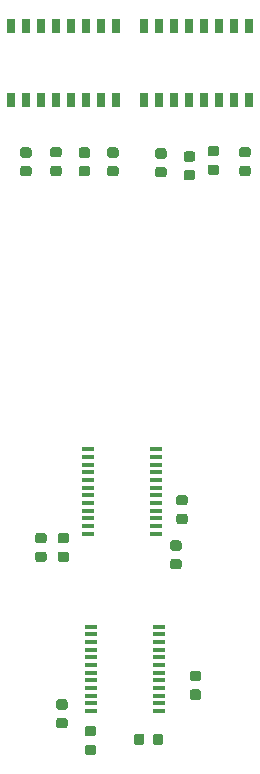
<source format=gbp>
%TF.GenerationSoftware,KiCad,Pcbnew,5.0.2+dfsg1-1*%
%TF.CreationDate,2021-12-28T09:45:32+01:00*%
%TF.ProjectId,GbSwitchFp,47625377-6974-4636-9846-702e6b696361,rev?*%
%TF.SameCoordinates,Original*%
%TF.FileFunction,Paste,Bot*%
%TF.FilePolarity,Positive*%
%FSLAX46Y46*%
G04 Gerber Fmt 4.6, Leading zero omitted, Abs format (unit mm)*
G04 Created by KiCad (PCBNEW 5.0.2+dfsg1-1) date Tue 28 Dec 2021 09:45:32 AM CET*
%MOMM*%
%LPD*%
G01*
G04 APERTURE LIST*
%ADD10C,0.100000*%
%ADD11C,0.875000*%
%ADD12R,0.800000X1.300000*%
%ADD13R,1.100000X0.400000*%
G04 APERTURE END LIST*
D10*
G36*
X124102691Y-115438553D02*
X124123926Y-115441703D01*
X124144750Y-115446919D01*
X124164962Y-115454151D01*
X124184368Y-115463330D01*
X124202781Y-115474366D01*
X124220024Y-115487154D01*
X124235930Y-115501570D01*
X124250346Y-115517476D01*
X124263134Y-115534719D01*
X124274170Y-115553132D01*
X124283349Y-115572538D01*
X124290581Y-115592750D01*
X124295797Y-115613574D01*
X124298947Y-115634809D01*
X124300000Y-115656250D01*
X124300000Y-116093750D01*
X124298947Y-116115191D01*
X124295797Y-116136426D01*
X124290581Y-116157250D01*
X124283349Y-116177462D01*
X124274170Y-116196868D01*
X124263134Y-116215281D01*
X124250346Y-116232524D01*
X124235930Y-116248430D01*
X124220024Y-116262846D01*
X124202781Y-116275634D01*
X124184368Y-116286670D01*
X124164962Y-116295849D01*
X124144750Y-116303081D01*
X124123926Y-116308297D01*
X124102691Y-116311447D01*
X124081250Y-116312500D01*
X123568750Y-116312500D01*
X123547309Y-116311447D01*
X123526074Y-116308297D01*
X123505250Y-116303081D01*
X123485038Y-116295849D01*
X123465632Y-116286670D01*
X123447219Y-116275634D01*
X123429976Y-116262846D01*
X123414070Y-116248430D01*
X123399654Y-116232524D01*
X123386866Y-116215281D01*
X123375830Y-116196868D01*
X123366651Y-116177462D01*
X123359419Y-116157250D01*
X123354203Y-116136426D01*
X123351053Y-116115191D01*
X123350000Y-116093750D01*
X123350000Y-115656250D01*
X123351053Y-115634809D01*
X123354203Y-115613574D01*
X123359419Y-115592750D01*
X123366651Y-115572538D01*
X123375830Y-115553132D01*
X123386866Y-115534719D01*
X123399654Y-115517476D01*
X123414070Y-115501570D01*
X123429976Y-115487154D01*
X123447219Y-115474366D01*
X123465632Y-115463330D01*
X123485038Y-115454151D01*
X123505250Y-115446919D01*
X123526074Y-115441703D01*
X123547309Y-115438553D01*
X123568750Y-115437500D01*
X124081250Y-115437500D01*
X124102691Y-115438553D01*
X124102691Y-115438553D01*
G37*
D11*
X123825000Y-115875000D03*
D10*
G36*
X124102691Y-113863553D02*
X124123926Y-113866703D01*
X124144750Y-113871919D01*
X124164962Y-113879151D01*
X124184368Y-113888330D01*
X124202781Y-113899366D01*
X124220024Y-113912154D01*
X124235930Y-113926570D01*
X124250346Y-113942476D01*
X124263134Y-113959719D01*
X124274170Y-113978132D01*
X124283349Y-113997538D01*
X124290581Y-114017750D01*
X124295797Y-114038574D01*
X124298947Y-114059809D01*
X124300000Y-114081250D01*
X124300000Y-114518750D01*
X124298947Y-114540191D01*
X124295797Y-114561426D01*
X124290581Y-114582250D01*
X124283349Y-114602462D01*
X124274170Y-114621868D01*
X124263134Y-114640281D01*
X124250346Y-114657524D01*
X124235930Y-114673430D01*
X124220024Y-114687846D01*
X124202781Y-114700634D01*
X124184368Y-114711670D01*
X124164962Y-114720849D01*
X124144750Y-114728081D01*
X124123926Y-114733297D01*
X124102691Y-114736447D01*
X124081250Y-114737500D01*
X123568750Y-114737500D01*
X123547309Y-114736447D01*
X123526074Y-114733297D01*
X123505250Y-114728081D01*
X123485038Y-114720849D01*
X123465632Y-114711670D01*
X123447219Y-114700634D01*
X123429976Y-114687846D01*
X123414070Y-114673430D01*
X123399654Y-114657524D01*
X123386866Y-114640281D01*
X123375830Y-114621868D01*
X123366651Y-114602462D01*
X123359419Y-114582250D01*
X123354203Y-114561426D01*
X123351053Y-114540191D01*
X123350000Y-114518750D01*
X123350000Y-114081250D01*
X123351053Y-114059809D01*
X123354203Y-114038574D01*
X123359419Y-114017750D01*
X123366651Y-113997538D01*
X123375830Y-113978132D01*
X123386866Y-113959719D01*
X123399654Y-113942476D01*
X123414070Y-113926570D01*
X123429976Y-113912154D01*
X123447219Y-113899366D01*
X123465632Y-113888330D01*
X123485038Y-113879151D01*
X123505250Y-113871919D01*
X123526074Y-113866703D01*
X123547309Y-113863553D01*
X123568750Y-113862500D01*
X124081250Y-113862500D01*
X124102691Y-113863553D01*
X124102691Y-113863553D01*
G37*
D11*
X123825000Y-114300000D03*
D10*
G36*
X133627691Y-114498553D02*
X133648926Y-114501703D01*
X133669750Y-114506919D01*
X133689962Y-114514151D01*
X133709368Y-114523330D01*
X133727781Y-114534366D01*
X133745024Y-114547154D01*
X133760930Y-114561570D01*
X133775346Y-114577476D01*
X133788134Y-114594719D01*
X133799170Y-114613132D01*
X133808349Y-114632538D01*
X133815581Y-114652750D01*
X133820797Y-114673574D01*
X133823947Y-114694809D01*
X133825000Y-114716250D01*
X133825000Y-115153750D01*
X133823947Y-115175191D01*
X133820797Y-115196426D01*
X133815581Y-115217250D01*
X133808349Y-115237462D01*
X133799170Y-115256868D01*
X133788134Y-115275281D01*
X133775346Y-115292524D01*
X133760930Y-115308430D01*
X133745024Y-115322846D01*
X133727781Y-115335634D01*
X133709368Y-115346670D01*
X133689962Y-115355849D01*
X133669750Y-115363081D01*
X133648926Y-115368297D01*
X133627691Y-115371447D01*
X133606250Y-115372500D01*
X133093750Y-115372500D01*
X133072309Y-115371447D01*
X133051074Y-115368297D01*
X133030250Y-115363081D01*
X133010038Y-115355849D01*
X132990632Y-115346670D01*
X132972219Y-115335634D01*
X132954976Y-115322846D01*
X132939070Y-115308430D01*
X132924654Y-115292524D01*
X132911866Y-115275281D01*
X132900830Y-115256868D01*
X132891651Y-115237462D01*
X132884419Y-115217250D01*
X132879203Y-115196426D01*
X132876053Y-115175191D01*
X132875000Y-115153750D01*
X132875000Y-114716250D01*
X132876053Y-114694809D01*
X132879203Y-114673574D01*
X132884419Y-114652750D01*
X132891651Y-114632538D01*
X132900830Y-114613132D01*
X132911866Y-114594719D01*
X132924654Y-114577476D01*
X132939070Y-114561570D01*
X132954976Y-114547154D01*
X132972219Y-114534366D01*
X132990632Y-114523330D01*
X133010038Y-114514151D01*
X133030250Y-114506919D01*
X133051074Y-114501703D01*
X133072309Y-114498553D01*
X133093750Y-114497500D01*
X133606250Y-114497500D01*
X133627691Y-114498553D01*
X133627691Y-114498553D01*
G37*
D11*
X133350000Y-114935000D03*
D10*
G36*
X133627691Y-116073553D02*
X133648926Y-116076703D01*
X133669750Y-116081919D01*
X133689962Y-116089151D01*
X133709368Y-116098330D01*
X133727781Y-116109366D01*
X133745024Y-116122154D01*
X133760930Y-116136570D01*
X133775346Y-116152476D01*
X133788134Y-116169719D01*
X133799170Y-116188132D01*
X133808349Y-116207538D01*
X133815581Y-116227750D01*
X133820797Y-116248574D01*
X133823947Y-116269809D01*
X133825000Y-116291250D01*
X133825000Y-116728750D01*
X133823947Y-116750191D01*
X133820797Y-116771426D01*
X133815581Y-116792250D01*
X133808349Y-116812462D01*
X133799170Y-116831868D01*
X133788134Y-116850281D01*
X133775346Y-116867524D01*
X133760930Y-116883430D01*
X133745024Y-116897846D01*
X133727781Y-116910634D01*
X133709368Y-116921670D01*
X133689962Y-116930849D01*
X133669750Y-116938081D01*
X133648926Y-116943297D01*
X133627691Y-116946447D01*
X133606250Y-116947500D01*
X133093750Y-116947500D01*
X133072309Y-116946447D01*
X133051074Y-116943297D01*
X133030250Y-116938081D01*
X133010038Y-116930849D01*
X132990632Y-116921670D01*
X132972219Y-116910634D01*
X132954976Y-116897846D01*
X132939070Y-116883430D01*
X132924654Y-116867524D01*
X132911866Y-116850281D01*
X132900830Y-116831868D01*
X132891651Y-116812462D01*
X132884419Y-116792250D01*
X132879203Y-116771426D01*
X132876053Y-116750191D01*
X132875000Y-116728750D01*
X132875000Y-116291250D01*
X132876053Y-116269809D01*
X132879203Y-116248574D01*
X132884419Y-116227750D01*
X132891651Y-116207538D01*
X132900830Y-116188132D01*
X132911866Y-116169719D01*
X132924654Y-116152476D01*
X132939070Y-116136570D01*
X132954976Y-116122154D01*
X132972219Y-116109366D01*
X132990632Y-116098330D01*
X133010038Y-116089151D01*
X133030250Y-116081919D01*
X133051074Y-116076703D01*
X133072309Y-116073553D01*
X133093750Y-116072500D01*
X133606250Y-116072500D01*
X133627691Y-116073553D01*
X133627691Y-116073553D01*
G37*
D11*
X133350000Y-116510000D03*
D10*
G36*
X126388691Y-131786553D02*
X126409926Y-131789703D01*
X126430750Y-131794919D01*
X126450962Y-131802151D01*
X126470368Y-131811330D01*
X126488781Y-131822366D01*
X126506024Y-131835154D01*
X126521930Y-131849570D01*
X126536346Y-131865476D01*
X126549134Y-131882719D01*
X126560170Y-131901132D01*
X126569349Y-131920538D01*
X126576581Y-131940750D01*
X126581797Y-131961574D01*
X126584947Y-131982809D01*
X126586000Y-132004250D01*
X126586000Y-132441750D01*
X126584947Y-132463191D01*
X126581797Y-132484426D01*
X126576581Y-132505250D01*
X126569349Y-132525462D01*
X126560170Y-132544868D01*
X126549134Y-132563281D01*
X126536346Y-132580524D01*
X126521930Y-132596430D01*
X126506024Y-132610846D01*
X126488781Y-132623634D01*
X126470368Y-132634670D01*
X126450962Y-132643849D01*
X126430750Y-132651081D01*
X126409926Y-132656297D01*
X126388691Y-132659447D01*
X126367250Y-132660500D01*
X125854750Y-132660500D01*
X125833309Y-132659447D01*
X125812074Y-132656297D01*
X125791250Y-132651081D01*
X125771038Y-132643849D01*
X125751632Y-132634670D01*
X125733219Y-132623634D01*
X125715976Y-132610846D01*
X125700070Y-132596430D01*
X125685654Y-132580524D01*
X125672866Y-132563281D01*
X125661830Y-132544868D01*
X125652651Y-132525462D01*
X125645419Y-132505250D01*
X125640203Y-132484426D01*
X125637053Y-132463191D01*
X125636000Y-132441750D01*
X125636000Y-132004250D01*
X125637053Y-131982809D01*
X125640203Y-131961574D01*
X125645419Y-131940750D01*
X125652651Y-131920538D01*
X125661830Y-131901132D01*
X125672866Y-131882719D01*
X125685654Y-131865476D01*
X125700070Y-131849570D01*
X125715976Y-131835154D01*
X125733219Y-131822366D01*
X125751632Y-131811330D01*
X125771038Y-131802151D01*
X125791250Y-131794919D01*
X125812074Y-131789703D01*
X125833309Y-131786553D01*
X125854750Y-131785500D01*
X126367250Y-131785500D01*
X126388691Y-131786553D01*
X126388691Y-131786553D01*
G37*
D11*
X126111000Y-132223000D03*
D10*
G36*
X126388691Y-130211553D02*
X126409926Y-130214703D01*
X126430750Y-130219919D01*
X126450962Y-130227151D01*
X126470368Y-130236330D01*
X126488781Y-130247366D01*
X126506024Y-130260154D01*
X126521930Y-130274570D01*
X126536346Y-130290476D01*
X126549134Y-130307719D01*
X126560170Y-130326132D01*
X126569349Y-130345538D01*
X126576581Y-130365750D01*
X126581797Y-130386574D01*
X126584947Y-130407809D01*
X126586000Y-130429250D01*
X126586000Y-130866750D01*
X126584947Y-130888191D01*
X126581797Y-130909426D01*
X126576581Y-130930250D01*
X126569349Y-130950462D01*
X126560170Y-130969868D01*
X126549134Y-130988281D01*
X126536346Y-131005524D01*
X126521930Y-131021430D01*
X126506024Y-131035846D01*
X126488781Y-131048634D01*
X126470368Y-131059670D01*
X126450962Y-131068849D01*
X126430750Y-131076081D01*
X126409926Y-131081297D01*
X126388691Y-131084447D01*
X126367250Y-131085500D01*
X125854750Y-131085500D01*
X125833309Y-131084447D01*
X125812074Y-131081297D01*
X125791250Y-131076081D01*
X125771038Y-131068849D01*
X125751632Y-131059670D01*
X125733219Y-131048634D01*
X125715976Y-131035846D01*
X125700070Y-131021430D01*
X125685654Y-131005524D01*
X125672866Y-130988281D01*
X125661830Y-130969868D01*
X125652651Y-130950462D01*
X125645419Y-130930250D01*
X125640203Y-130909426D01*
X125637053Y-130888191D01*
X125636000Y-130866750D01*
X125636000Y-130429250D01*
X125637053Y-130407809D01*
X125640203Y-130386574D01*
X125645419Y-130365750D01*
X125652651Y-130345538D01*
X125661830Y-130326132D01*
X125672866Y-130307719D01*
X125685654Y-130290476D01*
X125700070Y-130274570D01*
X125715976Y-130260154D01*
X125733219Y-130247366D01*
X125751632Y-130236330D01*
X125771038Y-130227151D01*
X125791250Y-130219919D01*
X125812074Y-130214703D01*
X125833309Y-130211553D01*
X125854750Y-130210500D01*
X126367250Y-130210500D01*
X126388691Y-130211553D01*
X126388691Y-130211553D01*
G37*
D11*
X126111000Y-130648000D03*
D10*
G36*
X132066191Y-130860053D02*
X132087426Y-130863203D01*
X132108250Y-130868419D01*
X132128462Y-130875651D01*
X132147868Y-130884830D01*
X132166281Y-130895866D01*
X132183524Y-130908654D01*
X132199430Y-130923070D01*
X132213846Y-130938976D01*
X132226634Y-130956219D01*
X132237670Y-130974632D01*
X132246849Y-130994038D01*
X132254081Y-131014250D01*
X132259297Y-131035074D01*
X132262447Y-131056309D01*
X132263500Y-131077750D01*
X132263500Y-131590250D01*
X132262447Y-131611691D01*
X132259297Y-131632926D01*
X132254081Y-131653750D01*
X132246849Y-131673962D01*
X132237670Y-131693368D01*
X132226634Y-131711781D01*
X132213846Y-131729024D01*
X132199430Y-131744930D01*
X132183524Y-131759346D01*
X132166281Y-131772134D01*
X132147868Y-131783170D01*
X132128462Y-131792349D01*
X132108250Y-131799581D01*
X132087426Y-131804797D01*
X132066191Y-131807947D01*
X132044750Y-131809000D01*
X131607250Y-131809000D01*
X131585809Y-131807947D01*
X131564574Y-131804797D01*
X131543750Y-131799581D01*
X131523538Y-131792349D01*
X131504132Y-131783170D01*
X131485719Y-131772134D01*
X131468476Y-131759346D01*
X131452570Y-131744930D01*
X131438154Y-131729024D01*
X131425366Y-131711781D01*
X131414330Y-131693368D01*
X131405151Y-131673962D01*
X131397919Y-131653750D01*
X131392703Y-131632926D01*
X131389553Y-131611691D01*
X131388500Y-131590250D01*
X131388500Y-131077750D01*
X131389553Y-131056309D01*
X131392703Y-131035074D01*
X131397919Y-131014250D01*
X131405151Y-130994038D01*
X131414330Y-130974632D01*
X131425366Y-130956219D01*
X131438154Y-130938976D01*
X131452570Y-130923070D01*
X131468476Y-130908654D01*
X131485719Y-130895866D01*
X131504132Y-130884830D01*
X131523538Y-130875651D01*
X131543750Y-130868419D01*
X131564574Y-130863203D01*
X131585809Y-130860053D01*
X131607250Y-130859000D01*
X132044750Y-130859000D01*
X132066191Y-130860053D01*
X132066191Y-130860053D01*
G37*
D11*
X131826000Y-131334000D03*
D10*
G36*
X130491191Y-130860053D02*
X130512426Y-130863203D01*
X130533250Y-130868419D01*
X130553462Y-130875651D01*
X130572868Y-130884830D01*
X130591281Y-130895866D01*
X130608524Y-130908654D01*
X130624430Y-130923070D01*
X130638846Y-130938976D01*
X130651634Y-130956219D01*
X130662670Y-130974632D01*
X130671849Y-130994038D01*
X130679081Y-131014250D01*
X130684297Y-131035074D01*
X130687447Y-131056309D01*
X130688500Y-131077750D01*
X130688500Y-131590250D01*
X130687447Y-131611691D01*
X130684297Y-131632926D01*
X130679081Y-131653750D01*
X130671849Y-131673962D01*
X130662670Y-131693368D01*
X130651634Y-131711781D01*
X130638846Y-131729024D01*
X130624430Y-131744930D01*
X130608524Y-131759346D01*
X130591281Y-131772134D01*
X130572868Y-131783170D01*
X130553462Y-131792349D01*
X130533250Y-131799581D01*
X130512426Y-131804797D01*
X130491191Y-131807947D01*
X130469750Y-131809000D01*
X130032250Y-131809000D01*
X130010809Y-131807947D01*
X129989574Y-131804797D01*
X129968750Y-131799581D01*
X129948538Y-131792349D01*
X129929132Y-131783170D01*
X129910719Y-131772134D01*
X129893476Y-131759346D01*
X129877570Y-131744930D01*
X129863154Y-131729024D01*
X129850366Y-131711781D01*
X129839330Y-131693368D01*
X129830151Y-131673962D01*
X129822919Y-131653750D01*
X129817703Y-131632926D01*
X129814553Y-131611691D01*
X129813500Y-131590250D01*
X129813500Y-131077750D01*
X129814553Y-131056309D01*
X129817703Y-131035074D01*
X129822919Y-131014250D01*
X129830151Y-130994038D01*
X129839330Y-130974632D01*
X129850366Y-130956219D01*
X129863154Y-130938976D01*
X129877570Y-130923070D01*
X129893476Y-130908654D01*
X129910719Y-130895866D01*
X129929132Y-130884830D01*
X129948538Y-130875651D01*
X129968750Y-130868419D01*
X129989574Y-130863203D01*
X130010809Y-130860053D01*
X130032250Y-130859000D01*
X130469750Y-130859000D01*
X130491191Y-130860053D01*
X130491191Y-130860053D01*
G37*
D11*
X130251000Y-131334000D03*
D12*
X128280000Y-70916000D03*
X127000000Y-70916000D03*
X125740000Y-70916000D03*
X124470000Y-70916000D03*
X123190000Y-70916000D03*
X121920000Y-70916000D03*
X120660000Y-70916000D03*
X119380000Y-70916000D03*
X119380000Y-77216000D03*
X120660000Y-77216000D03*
X121920000Y-77216000D03*
X123190000Y-77216000D03*
X124470000Y-77216000D03*
X125740000Y-77216000D03*
X127000000Y-77216000D03*
X128280000Y-77216000D03*
X139573000Y-77216000D03*
X138293000Y-77216000D03*
X137033000Y-77216000D03*
X135763000Y-77216000D03*
X134483000Y-77216000D03*
X133213000Y-77216000D03*
X131953000Y-77216000D03*
X130673000Y-77216000D03*
X130673000Y-70916000D03*
X131953000Y-70916000D03*
X133213000Y-70916000D03*
X134483000Y-70916000D03*
X135763000Y-70916000D03*
X137033000Y-70916000D03*
X138293000Y-70916000D03*
X139573000Y-70916000D03*
D13*
X131628000Y-113938000D03*
X131628000Y-113288000D03*
X131628000Y-112638000D03*
X131628000Y-111988000D03*
X131628000Y-111338000D03*
X131628000Y-110688000D03*
X131628000Y-110038000D03*
X131628000Y-109388000D03*
X131628000Y-108738000D03*
X131628000Y-108088000D03*
X131628000Y-107438000D03*
X131628000Y-106788000D03*
X125928000Y-106788000D03*
X125928000Y-107438000D03*
X125928000Y-108088000D03*
X125928000Y-108738000D03*
X125928000Y-109388000D03*
X125928000Y-110038000D03*
X125928000Y-110688000D03*
X125928000Y-111338000D03*
X125928000Y-111988000D03*
X125928000Y-112638000D03*
X125928000Y-113288000D03*
X125928000Y-113938000D03*
X126182000Y-128940000D03*
X126182000Y-128290000D03*
X126182000Y-127640000D03*
X126182000Y-126990000D03*
X126182000Y-126340000D03*
X126182000Y-125690000D03*
X126182000Y-125040000D03*
X126182000Y-124390000D03*
X126182000Y-123740000D03*
X126182000Y-123090000D03*
X126182000Y-122440000D03*
X126182000Y-121790000D03*
X131882000Y-121790000D03*
X131882000Y-122440000D03*
X131882000Y-123090000D03*
X131882000Y-123740000D03*
X131882000Y-124390000D03*
X131882000Y-125040000D03*
X131882000Y-125690000D03*
X131882000Y-126340000D03*
X131882000Y-126990000D03*
X131882000Y-127640000D03*
X131882000Y-128290000D03*
X131882000Y-128940000D03*
D10*
G36*
X134770691Y-81554553D02*
X134791926Y-81557703D01*
X134812750Y-81562919D01*
X134832962Y-81570151D01*
X134852368Y-81579330D01*
X134870781Y-81590366D01*
X134888024Y-81603154D01*
X134903930Y-81617570D01*
X134918346Y-81633476D01*
X134931134Y-81650719D01*
X134942170Y-81669132D01*
X134951349Y-81688538D01*
X134958581Y-81708750D01*
X134963797Y-81729574D01*
X134966947Y-81750809D01*
X134968000Y-81772250D01*
X134968000Y-82209750D01*
X134966947Y-82231191D01*
X134963797Y-82252426D01*
X134958581Y-82273250D01*
X134951349Y-82293462D01*
X134942170Y-82312868D01*
X134931134Y-82331281D01*
X134918346Y-82348524D01*
X134903930Y-82364430D01*
X134888024Y-82378846D01*
X134870781Y-82391634D01*
X134852368Y-82402670D01*
X134832962Y-82411849D01*
X134812750Y-82419081D01*
X134791926Y-82424297D01*
X134770691Y-82427447D01*
X134749250Y-82428500D01*
X134236750Y-82428500D01*
X134215309Y-82427447D01*
X134194074Y-82424297D01*
X134173250Y-82419081D01*
X134153038Y-82411849D01*
X134133632Y-82402670D01*
X134115219Y-82391634D01*
X134097976Y-82378846D01*
X134082070Y-82364430D01*
X134067654Y-82348524D01*
X134054866Y-82331281D01*
X134043830Y-82312868D01*
X134034651Y-82293462D01*
X134027419Y-82273250D01*
X134022203Y-82252426D01*
X134019053Y-82231191D01*
X134018000Y-82209750D01*
X134018000Y-81772250D01*
X134019053Y-81750809D01*
X134022203Y-81729574D01*
X134027419Y-81708750D01*
X134034651Y-81688538D01*
X134043830Y-81669132D01*
X134054866Y-81650719D01*
X134067654Y-81633476D01*
X134082070Y-81617570D01*
X134097976Y-81603154D01*
X134115219Y-81590366D01*
X134133632Y-81579330D01*
X134153038Y-81570151D01*
X134173250Y-81562919D01*
X134194074Y-81557703D01*
X134215309Y-81554553D01*
X134236750Y-81553500D01*
X134749250Y-81553500D01*
X134770691Y-81554553D01*
X134770691Y-81554553D01*
G37*
D11*
X134493000Y-81991000D03*
D10*
G36*
X134770691Y-83129553D02*
X134791926Y-83132703D01*
X134812750Y-83137919D01*
X134832962Y-83145151D01*
X134852368Y-83154330D01*
X134870781Y-83165366D01*
X134888024Y-83178154D01*
X134903930Y-83192570D01*
X134918346Y-83208476D01*
X134931134Y-83225719D01*
X134942170Y-83244132D01*
X134951349Y-83263538D01*
X134958581Y-83283750D01*
X134963797Y-83304574D01*
X134966947Y-83325809D01*
X134968000Y-83347250D01*
X134968000Y-83784750D01*
X134966947Y-83806191D01*
X134963797Y-83827426D01*
X134958581Y-83848250D01*
X134951349Y-83868462D01*
X134942170Y-83887868D01*
X134931134Y-83906281D01*
X134918346Y-83923524D01*
X134903930Y-83939430D01*
X134888024Y-83953846D01*
X134870781Y-83966634D01*
X134852368Y-83977670D01*
X134832962Y-83986849D01*
X134812750Y-83994081D01*
X134791926Y-83999297D01*
X134770691Y-84002447D01*
X134749250Y-84003500D01*
X134236750Y-84003500D01*
X134215309Y-84002447D01*
X134194074Y-83999297D01*
X134173250Y-83994081D01*
X134153038Y-83986849D01*
X134133632Y-83977670D01*
X134115219Y-83966634D01*
X134097976Y-83953846D01*
X134082070Y-83939430D01*
X134067654Y-83923524D01*
X134054866Y-83906281D01*
X134043830Y-83887868D01*
X134034651Y-83868462D01*
X134027419Y-83848250D01*
X134022203Y-83827426D01*
X134019053Y-83806191D01*
X134018000Y-83784750D01*
X134018000Y-83347250D01*
X134019053Y-83325809D01*
X134022203Y-83304574D01*
X134027419Y-83283750D01*
X134034651Y-83263538D01*
X134043830Y-83244132D01*
X134054866Y-83225719D01*
X134067654Y-83208476D01*
X134082070Y-83192570D01*
X134097976Y-83178154D01*
X134115219Y-83165366D01*
X134133632Y-83154330D01*
X134153038Y-83145151D01*
X134173250Y-83137919D01*
X134194074Y-83132703D01*
X134215309Y-83129553D01*
X134236750Y-83128500D01*
X134749250Y-83128500D01*
X134770691Y-83129553D01*
X134770691Y-83129553D01*
G37*
D11*
X134493000Y-83566000D03*
D10*
G36*
X136787691Y-82678553D02*
X136808926Y-82681703D01*
X136829750Y-82686919D01*
X136849962Y-82694151D01*
X136869368Y-82703330D01*
X136887781Y-82714366D01*
X136905024Y-82727154D01*
X136920930Y-82741570D01*
X136935346Y-82757476D01*
X136948134Y-82774719D01*
X136959170Y-82793132D01*
X136968349Y-82812538D01*
X136975581Y-82832750D01*
X136980797Y-82853574D01*
X136983947Y-82874809D01*
X136985000Y-82896250D01*
X136985000Y-83333750D01*
X136983947Y-83355191D01*
X136980797Y-83376426D01*
X136975581Y-83397250D01*
X136968349Y-83417462D01*
X136959170Y-83436868D01*
X136948134Y-83455281D01*
X136935346Y-83472524D01*
X136920930Y-83488430D01*
X136905024Y-83502846D01*
X136887781Y-83515634D01*
X136869368Y-83526670D01*
X136849962Y-83535849D01*
X136829750Y-83543081D01*
X136808926Y-83548297D01*
X136787691Y-83551447D01*
X136766250Y-83552500D01*
X136253750Y-83552500D01*
X136232309Y-83551447D01*
X136211074Y-83548297D01*
X136190250Y-83543081D01*
X136170038Y-83535849D01*
X136150632Y-83526670D01*
X136132219Y-83515634D01*
X136114976Y-83502846D01*
X136099070Y-83488430D01*
X136084654Y-83472524D01*
X136071866Y-83455281D01*
X136060830Y-83436868D01*
X136051651Y-83417462D01*
X136044419Y-83397250D01*
X136039203Y-83376426D01*
X136036053Y-83355191D01*
X136035000Y-83333750D01*
X136035000Y-82896250D01*
X136036053Y-82874809D01*
X136039203Y-82853574D01*
X136044419Y-82832750D01*
X136051651Y-82812538D01*
X136060830Y-82793132D01*
X136071866Y-82774719D01*
X136084654Y-82757476D01*
X136099070Y-82741570D01*
X136114976Y-82727154D01*
X136132219Y-82714366D01*
X136150632Y-82703330D01*
X136170038Y-82694151D01*
X136190250Y-82686919D01*
X136211074Y-82681703D01*
X136232309Y-82678553D01*
X136253750Y-82677500D01*
X136766250Y-82677500D01*
X136787691Y-82678553D01*
X136787691Y-82678553D01*
G37*
D11*
X136510000Y-83115000D03*
D10*
G36*
X136787691Y-81103553D02*
X136808926Y-81106703D01*
X136829750Y-81111919D01*
X136849962Y-81119151D01*
X136869368Y-81128330D01*
X136887781Y-81139366D01*
X136905024Y-81152154D01*
X136920930Y-81166570D01*
X136935346Y-81182476D01*
X136948134Y-81199719D01*
X136959170Y-81218132D01*
X136968349Y-81237538D01*
X136975581Y-81257750D01*
X136980797Y-81278574D01*
X136983947Y-81299809D01*
X136985000Y-81321250D01*
X136985000Y-81758750D01*
X136983947Y-81780191D01*
X136980797Y-81801426D01*
X136975581Y-81822250D01*
X136968349Y-81842462D01*
X136959170Y-81861868D01*
X136948134Y-81880281D01*
X136935346Y-81897524D01*
X136920930Y-81913430D01*
X136905024Y-81927846D01*
X136887781Y-81940634D01*
X136869368Y-81951670D01*
X136849962Y-81960849D01*
X136829750Y-81968081D01*
X136808926Y-81973297D01*
X136787691Y-81976447D01*
X136766250Y-81977500D01*
X136253750Y-81977500D01*
X136232309Y-81976447D01*
X136211074Y-81973297D01*
X136190250Y-81968081D01*
X136170038Y-81960849D01*
X136150632Y-81951670D01*
X136132219Y-81940634D01*
X136114976Y-81927846D01*
X136099070Y-81913430D01*
X136084654Y-81897524D01*
X136071866Y-81880281D01*
X136060830Y-81861868D01*
X136051651Y-81842462D01*
X136044419Y-81822250D01*
X136039203Y-81801426D01*
X136036053Y-81780191D01*
X136035000Y-81758750D01*
X136035000Y-81321250D01*
X136036053Y-81299809D01*
X136039203Y-81278574D01*
X136044419Y-81257750D01*
X136051651Y-81237538D01*
X136060830Y-81218132D01*
X136071866Y-81199719D01*
X136084654Y-81182476D01*
X136099070Y-81166570D01*
X136114976Y-81152154D01*
X136132219Y-81139366D01*
X136150632Y-81128330D01*
X136170038Y-81119151D01*
X136190250Y-81111919D01*
X136211074Y-81106703D01*
X136232309Y-81103553D01*
X136253750Y-81102500D01*
X136766250Y-81102500D01*
X136787691Y-81103553D01*
X136787691Y-81103553D01*
G37*
D11*
X136510000Y-81540000D03*
D10*
G36*
X139469691Y-81199053D02*
X139490926Y-81202203D01*
X139511750Y-81207419D01*
X139531962Y-81214651D01*
X139551368Y-81223830D01*
X139569781Y-81234866D01*
X139587024Y-81247654D01*
X139602930Y-81262070D01*
X139617346Y-81277976D01*
X139630134Y-81295219D01*
X139641170Y-81313632D01*
X139650349Y-81333038D01*
X139657581Y-81353250D01*
X139662797Y-81374074D01*
X139665947Y-81395309D01*
X139667000Y-81416750D01*
X139667000Y-81854250D01*
X139665947Y-81875691D01*
X139662797Y-81896926D01*
X139657581Y-81917750D01*
X139650349Y-81937962D01*
X139641170Y-81957368D01*
X139630134Y-81975781D01*
X139617346Y-81993024D01*
X139602930Y-82008930D01*
X139587024Y-82023346D01*
X139569781Y-82036134D01*
X139551368Y-82047170D01*
X139531962Y-82056349D01*
X139511750Y-82063581D01*
X139490926Y-82068797D01*
X139469691Y-82071947D01*
X139448250Y-82073000D01*
X138935750Y-82073000D01*
X138914309Y-82071947D01*
X138893074Y-82068797D01*
X138872250Y-82063581D01*
X138852038Y-82056349D01*
X138832632Y-82047170D01*
X138814219Y-82036134D01*
X138796976Y-82023346D01*
X138781070Y-82008930D01*
X138766654Y-81993024D01*
X138753866Y-81975781D01*
X138742830Y-81957368D01*
X138733651Y-81937962D01*
X138726419Y-81917750D01*
X138721203Y-81896926D01*
X138718053Y-81875691D01*
X138717000Y-81854250D01*
X138717000Y-81416750D01*
X138718053Y-81395309D01*
X138721203Y-81374074D01*
X138726419Y-81353250D01*
X138733651Y-81333038D01*
X138742830Y-81313632D01*
X138753866Y-81295219D01*
X138766654Y-81277976D01*
X138781070Y-81262070D01*
X138796976Y-81247654D01*
X138814219Y-81234866D01*
X138832632Y-81223830D01*
X138852038Y-81214651D01*
X138872250Y-81207419D01*
X138893074Y-81202203D01*
X138914309Y-81199053D01*
X138935750Y-81198000D01*
X139448250Y-81198000D01*
X139469691Y-81199053D01*
X139469691Y-81199053D01*
G37*
D11*
X139192000Y-81635500D03*
D10*
G36*
X139469691Y-82774053D02*
X139490926Y-82777203D01*
X139511750Y-82782419D01*
X139531962Y-82789651D01*
X139551368Y-82798830D01*
X139569781Y-82809866D01*
X139587024Y-82822654D01*
X139602930Y-82837070D01*
X139617346Y-82852976D01*
X139630134Y-82870219D01*
X139641170Y-82888632D01*
X139650349Y-82908038D01*
X139657581Y-82928250D01*
X139662797Y-82949074D01*
X139665947Y-82970309D01*
X139667000Y-82991750D01*
X139667000Y-83429250D01*
X139665947Y-83450691D01*
X139662797Y-83471926D01*
X139657581Y-83492750D01*
X139650349Y-83512962D01*
X139641170Y-83532368D01*
X139630134Y-83550781D01*
X139617346Y-83568024D01*
X139602930Y-83583930D01*
X139587024Y-83598346D01*
X139569781Y-83611134D01*
X139551368Y-83622170D01*
X139531962Y-83631349D01*
X139511750Y-83638581D01*
X139490926Y-83643797D01*
X139469691Y-83646947D01*
X139448250Y-83648000D01*
X138935750Y-83648000D01*
X138914309Y-83646947D01*
X138893074Y-83643797D01*
X138872250Y-83638581D01*
X138852038Y-83631349D01*
X138832632Y-83622170D01*
X138814219Y-83611134D01*
X138796976Y-83598346D01*
X138781070Y-83583930D01*
X138766654Y-83568024D01*
X138753866Y-83550781D01*
X138742830Y-83532368D01*
X138733651Y-83512962D01*
X138726419Y-83492750D01*
X138721203Y-83471926D01*
X138718053Y-83450691D01*
X138717000Y-83429250D01*
X138717000Y-82991750D01*
X138718053Y-82970309D01*
X138721203Y-82949074D01*
X138726419Y-82928250D01*
X138733651Y-82908038D01*
X138742830Y-82888632D01*
X138753866Y-82870219D01*
X138766654Y-82852976D01*
X138781070Y-82837070D01*
X138796976Y-82822654D01*
X138814219Y-82809866D01*
X138832632Y-82798830D01*
X138852038Y-82789651D01*
X138872250Y-82782419D01*
X138893074Y-82777203D01*
X138914309Y-82774053D01*
X138935750Y-82773000D01*
X139448250Y-82773000D01*
X139469691Y-82774053D01*
X139469691Y-82774053D01*
G37*
D11*
X139192000Y-83210500D03*
D10*
G36*
X134135691Y-112238053D02*
X134156926Y-112241203D01*
X134177750Y-112246419D01*
X134197962Y-112253651D01*
X134217368Y-112262830D01*
X134235781Y-112273866D01*
X134253024Y-112286654D01*
X134268930Y-112301070D01*
X134283346Y-112316976D01*
X134296134Y-112334219D01*
X134307170Y-112352632D01*
X134316349Y-112372038D01*
X134323581Y-112392250D01*
X134328797Y-112413074D01*
X134331947Y-112434309D01*
X134333000Y-112455750D01*
X134333000Y-112893250D01*
X134331947Y-112914691D01*
X134328797Y-112935926D01*
X134323581Y-112956750D01*
X134316349Y-112976962D01*
X134307170Y-112996368D01*
X134296134Y-113014781D01*
X134283346Y-113032024D01*
X134268930Y-113047930D01*
X134253024Y-113062346D01*
X134235781Y-113075134D01*
X134217368Y-113086170D01*
X134197962Y-113095349D01*
X134177750Y-113102581D01*
X134156926Y-113107797D01*
X134135691Y-113110947D01*
X134114250Y-113112000D01*
X133601750Y-113112000D01*
X133580309Y-113110947D01*
X133559074Y-113107797D01*
X133538250Y-113102581D01*
X133518038Y-113095349D01*
X133498632Y-113086170D01*
X133480219Y-113075134D01*
X133462976Y-113062346D01*
X133447070Y-113047930D01*
X133432654Y-113032024D01*
X133419866Y-113014781D01*
X133408830Y-112996368D01*
X133399651Y-112976962D01*
X133392419Y-112956750D01*
X133387203Y-112935926D01*
X133384053Y-112914691D01*
X133383000Y-112893250D01*
X133383000Y-112455750D01*
X133384053Y-112434309D01*
X133387203Y-112413074D01*
X133392419Y-112392250D01*
X133399651Y-112372038D01*
X133408830Y-112352632D01*
X133419866Y-112334219D01*
X133432654Y-112316976D01*
X133447070Y-112301070D01*
X133462976Y-112286654D01*
X133480219Y-112273866D01*
X133498632Y-112262830D01*
X133518038Y-112253651D01*
X133538250Y-112246419D01*
X133559074Y-112241203D01*
X133580309Y-112238053D01*
X133601750Y-112237000D01*
X134114250Y-112237000D01*
X134135691Y-112238053D01*
X134135691Y-112238053D01*
G37*
D11*
X133858000Y-112674500D03*
D10*
G36*
X134135691Y-110663053D02*
X134156926Y-110666203D01*
X134177750Y-110671419D01*
X134197962Y-110678651D01*
X134217368Y-110687830D01*
X134235781Y-110698866D01*
X134253024Y-110711654D01*
X134268930Y-110726070D01*
X134283346Y-110741976D01*
X134296134Y-110759219D01*
X134307170Y-110777632D01*
X134316349Y-110797038D01*
X134323581Y-110817250D01*
X134328797Y-110838074D01*
X134331947Y-110859309D01*
X134333000Y-110880750D01*
X134333000Y-111318250D01*
X134331947Y-111339691D01*
X134328797Y-111360926D01*
X134323581Y-111381750D01*
X134316349Y-111401962D01*
X134307170Y-111421368D01*
X134296134Y-111439781D01*
X134283346Y-111457024D01*
X134268930Y-111472930D01*
X134253024Y-111487346D01*
X134235781Y-111500134D01*
X134217368Y-111511170D01*
X134197962Y-111520349D01*
X134177750Y-111527581D01*
X134156926Y-111532797D01*
X134135691Y-111535947D01*
X134114250Y-111537000D01*
X133601750Y-111537000D01*
X133580309Y-111535947D01*
X133559074Y-111532797D01*
X133538250Y-111527581D01*
X133518038Y-111520349D01*
X133498632Y-111511170D01*
X133480219Y-111500134D01*
X133462976Y-111487346D01*
X133447070Y-111472930D01*
X133432654Y-111457024D01*
X133419866Y-111439781D01*
X133408830Y-111421368D01*
X133399651Y-111401962D01*
X133392419Y-111381750D01*
X133387203Y-111360926D01*
X133384053Y-111339691D01*
X133383000Y-111318250D01*
X133383000Y-110880750D01*
X133384053Y-110859309D01*
X133387203Y-110838074D01*
X133392419Y-110817250D01*
X133399651Y-110797038D01*
X133408830Y-110777632D01*
X133419866Y-110759219D01*
X133432654Y-110741976D01*
X133447070Y-110726070D01*
X133462976Y-110711654D01*
X133480219Y-110698866D01*
X133498632Y-110687830D01*
X133518038Y-110678651D01*
X133538250Y-110671419D01*
X133559074Y-110666203D01*
X133580309Y-110663053D01*
X133601750Y-110662000D01*
X134114250Y-110662000D01*
X134135691Y-110663053D01*
X134135691Y-110663053D01*
G37*
D11*
X133858000Y-111099500D03*
D10*
G36*
X122197691Y-115438553D02*
X122218926Y-115441703D01*
X122239750Y-115446919D01*
X122259962Y-115454151D01*
X122279368Y-115463330D01*
X122297781Y-115474366D01*
X122315024Y-115487154D01*
X122330930Y-115501570D01*
X122345346Y-115517476D01*
X122358134Y-115534719D01*
X122369170Y-115553132D01*
X122378349Y-115572538D01*
X122385581Y-115592750D01*
X122390797Y-115613574D01*
X122393947Y-115634809D01*
X122395000Y-115656250D01*
X122395000Y-116093750D01*
X122393947Y-116115191D01*
X122390797Y-116136426D01*
X122385581Y-116157250D01*
X122378349Y-116177462D01*
X122369170Y-116196868D01*
X122358134Y-116215281D01*
X122345346Y-116232524D01*
X122330930Y-116248430D01*
X122315024Y-116262846D01*
X122297781Y-116275634D01*
X122279368Y-116286670D01*
X122259962Y-116295849D01*
X122239750Y-116303081D01*
X122218926Y-116308297D01*
X122197691Y-116311447D01*
X122176250Y-116312500D01*
X121663750Y-116312500D01*
X121642309Y-116311447D01*
X121621074Y-116308297D01*
X121600250Y-116303081D01*
X121580038Y-116295849D01*
X121560632Y-116286670D01*
X121542219Y-116275634D01*
X121524976Y-116262846D01*
X121509070Y-116248430D01*
X121494654Y-116232524D01*
X121481866Y-116215281D01*
X121470830Y-116196868D01*
X121461651Y-116177462D01*
X121454419Y-116157250D01*
X121449203Y-116136426D01*
X121446053Y-116115191D01*
X121445000Y-116093750D01*
X121445000Y-115656250D01*
X121446053Y-115634809D01*
X121449203Y-115613574D01*
X121454419Y-115592750D01*
X121461651Y-115572538D01*
X121470830Y-115553132D01*
X121481866Y-115534719D01*
X121494654Y-115517476D01*
X121509070Y-115501570D01*
X121524976Y-115487154D01*
X121542219Y-115474366D01*
X121560632Y-115463330D01*
X121580038Y-115454151D01*
X121600250Y-115446919D01*
X121621074Y-115441703D01*
X121642309Y-115438553D01*
X121663750Y-115437500D01*
X122176250Y-115437500D01*
X122197691Y-115438553D01*
X122197691Y-115438553D01*
G37*
D11*
X121920000Y-115875000D03*
D10*
G36*
X122197691Y-113863553D02*
X122218926Y-113866703D01*
X122239750Y-113871919D01*
X122259962Y-113879151D01*
X122279368Y-113888330D01*
X122297781Y-113899366D01*
X122315024Y-113912154D01*
X122330930Y-113926570D01*
X122345346Y-113942476D01*
X122358134Y-113959719D01*
X122369170Y-113978132D01*
X122378349Y-113997538D01*
X122385581Y-114017750D01*
X122390797Y-114038574D01*
X122393947Y-114059809D01*
X122395000Y-114081250D01*
X122395000Y-114518750D01*
X122393947Y-114540191D01*
X122390797Y-114561426D01*
X122385581Y-114582250D01*
X122378349Y-114602462D01*
X122369170Y-114621868D01*
X122358134Y-114640281D01*
X122345346Y-114657524D01*
X122330930Y-114673430D01*
X122315024Y-114687846D01*
X122297781Y-114700634D01*
X122279368Y-114711670D01*
X122259962Y-114720849D01*
X122239750Y-114728081D01*
X122218926Y-114733297D01*
X122197691Y-114736447D01*
X122176250Y-114737500D01*
X121663750Y-114737500D01*
X121642309Y-114736447D01*
X121621074Y-114733297D01*
X121600250Y-114728081D01*
X121580038Y-114720849D01*
X121560632Y-114711670D01*
X121542219Y-114700634D01*
X121524976Y-114687846D01*
X121509070Y-114673430D01*
X121494654Y-114657524D01*
X121481866Y-114640281D01*
X121470830Y-114621868D01*
X121461651Y-114602462D01*
X121454419Y-114582250D01*
X121449203Y-114561426D01*
X121446053Y-114540191D01*
X121445000Y-114518750D01*
X121445000Y-114081250D01*
X121446053Y-114059809D01*
X121449203Y-114038574D01*
X121454419Y-114017750D01*
X121461651Y-113997538D01*
X121470830Y-113978132D01*
X121481866Y-113959719D01*
X121494654Y-113942476D01*
X121509070Y-113926570D01*
X121524976Y-113912154D01*
X121542219Y-113899366D01*
X121560632Y-113888330D01*
X121580038Y-113879151D01*
X121600250Y-113871919D01*
X121621074Y-113866703D01*
X121642309Y-113863553D01*
X121663750Y-113862500D01*
X122176250Y-113862500D01*
X122197691Y-113863553D01*
X122197691Y-113863553D01*
G37*
D11*
X121920000Y-114300000D03*
D10*
G36*
X132357691Y-81300553D02*
X132378926Y-81303703D01*
X132399750Y-81308919D01*
X132419962Y-81316151D01*
X132439368Y-81325330D01*
X132457781Y-81336366D01*
X132475024Y-81349154D01*
X132490930Y-81363570D01*
X132505346Y-81379476D01*
X132518134Y-81396719D01*
X132529170Y-81415132D01*
X132538349Y-81434538D01*
X132545581Y-81454750D01*
X132550797Y-81475574D01*
X132553947Y-81496809D01*
X132555000Y-81518250D01*
X132555000Y-81955750D01*
X132553947Y-81977191D01*
X132550797Y-81998426D01*
X132545581Y-82019250D01*
X132538349Y-82039462D01*
X132529170Y-82058868D01*
X132518134Y-82077281D01*
X132505346Y-82094524D01*
X132490930Y-82110430D01*
X132475024Y-82124846D01*
X132457781Y-82137634D01*
X132439368Y-82148670D01*
X132419962Y-82157849D01*
X132399750Y-82165081D01*
X132378926Y-82170297D01*
X132357691Y-82173447D01*
X132336250Y-82174500D01*
X131823750Y-82174500D01*
X131802309Y-82173447D01*
X131781074Y-82170297D01*
X131760250Y-82165081D01*
X131740038Y-82157849D01*
X131720632Y-82148670D01*
X131702219Y-82137634D01*
X131684976Y-82124846D01*
X131669070Y-82110430D01*
X131654654Y-82094524D01*
X131641866Y-82077281D01*
X131630830Y-82058868D01*
X131621651Y-82039462D01*
X131614419Y-82019250D01*
X131609203Y-81998426D01*
X131606053Y-81977191D01*
X131605000Y-81955750D01*
X131605000Y-81518250D01*
X131606053Y-81496809D01*
X131609203Y-81475574D01*
X131614419Y-81454750D01*
X131621651Y-81434538D01*
X131630830Y-81415132D01*
X131641866Y-81396719D01*
X131654654Y-81379476D01*
X131669070Y-81363570D01*
X131684976Y-81349154D01*
X131702219Y-81336366D01*
X131720632Y-81325330D01*
X131740038Y-81316151D01*
X131760250Y-81308919D01*
X131781074Y-81303703D01*
X131802309Y-81300553D01*
X131823750Y-81299500D01*
X132336250Y-81299500D01*
X132357691Y-81300553D01*
X132357691Y-81300553D01*
G37*
D11*
X132080000Y-81737000D03*
D10*
G36*
X132357691Y-82875553D02*
X132378926Y-82878703D01*
X132399750Y-82883919D01*
X132419962Y-82891151D01*
X132439368Y-82900330D01*
X132457781Y-82911366D01*
X132475024Y-82924154D01*
X132490930Y-82938570D01*
X132505346Y-82954476D01*
X132518134Y-82971719D01*
X132529170Y-82990132D01*
X132538349Y-83009538D01*
X132545581Y-83029750D01*
X132550797Y-83050574D01*
X132553947Y-83071809D01*
X132555000Y-83093250D01*
X132555000Y-83530750D01*
X132553947Y-83552191D01*
X132550797Y-83573426D01*
X132545581Y-83594250D01*
X132538349Y-83614462D01*
X132529170Y-83633868D01*
X132518134Y-83652281D01*
X132505346Y-83669524D01*
X132490930Y-83685430D01*
X132475024Y-83699846D01*
X132457781Y-83712634D01*
X132439368Y-83723670D01*
X132419962Y-83732849D01*
X132399750Y-83740081D01*
X132378926Y-83745297D01*
X132357691Y-83748447D01*
X132336250Y-83749500D01*
X131823750Y-83749500D01*
X131802309Y-83748447D01*
X131781074Y-83745297D01*
X131760250Y-83740081D01*
X131740038Y-83732849D01*
X131720632Y-83723670D01*
X131702219Y-83712634D01*
X131684976Y-83699846D01*
X131669070Y-83685430D01*
X131654654Y-83669524D01*
X131641866Y-83652281D01*
X131630830Y-83633868D01*
X131621651Y-83614462D01*
X131614419Y-83594250D01*
X131609203Y-83573426D01*
X131606053Y-83552191D01*
X131605000Y-83530750D01*
X131605000Y-83093250D01*
X131606053Y-83071809D01*
X131609203Y-83050574D01*
X131614419Y-83029750D01*
X131621651Y-83009538D01*
X131630830Y-82990132D01*
X131641866Y-82971719D01*
X131654654Y-82954476D01*
X131669070Y-82938570D01*
X131684976Y-82924154D01*
X131702219Y-82911366D01*
X131720632Y-82900330D01*
X131740038Y-82891151D01*
X131760250Y-82883919D01*
X131781074Y-82878703D01*
X131802309Y-82875553D01*
X131823750Y-82874500D01*
X132336250Y-82874500D01*
X132357691Y-82875553D01*
X132357691Y-82875553D01*
G37*
D11*
X132080000Y-83312000D03*
D10*
G36*
X128293691Y-82799553D02*
X128314926Y-82802703D01*
X128335750Y-82807919D01*
X128355962Y-82815151D01*
X128375368Y-82824330D01*
X128393781Y-82835366D01*
X128411024Y-82848154D01*
X128426930Y-82862570D01*
X128441346Y-82878476D01*
X128454134Y-82895719D01*
X128465170Y-82914132D01*
X128474349Y-82933538D01*
X128481581Y-82953750D01*
X128486797Y-82974574D01*
X128489947Y-82995809D01*
X128491000Y-83017250D01*
X128491000Y-83454750D01*
X128489947Y-83476191D01*
X128486797Y-83497426D01*
X128481581Y-83518250D01*
X128474349Y-83538462D01*
X128465170Y-83557868D01*
X128454134Y-83576281D01*
X128441346Y-83593524D01*
X128426930Y-83609430D01*
X128411024Y-83623846D01*
X128393781Y-83636634D01*
X128375368Y-83647670D01*
X128355962Y-83656849D01*
X128335750Y-83664081D01*
X128314926Y-83669297D01*
X128293691Y-83672447D01*
X128272250Y-83673500D01*
X127759750Y-83673500D01*
X127738309Y-83672447D01*
X127717074Y-83669297D01*
X127696250Y-83664081D01*
X127676038Y-83656849D01*
X127656632Y-83647670D01*
X127638219Y-83636634D01*
X127620976Y-83623846D01*
X127605070Y-83609430D01*
X127590654Y-83593524D01*
X127577866Y-83576281D01*
X127566830Y-83557868D01*
X127557651Y-83538462D01*
X127550419Y-83518250D01*
X127545203Y-83497426D01*
X127542053Y-83476191D01*
X127541000Y-83454750D01*
X127541000Y-83017250D01*
X127542053Y-82995809D01*
X127545203Y-82974574D01*
X127550419Y-82953750D01*
X127557651Y-82933538D01*
X127566830Y-82914132D01*
X127577866Y-82895719D01*
X127590654Y-82878476D01*
X127605070Y-82862570D01*
X127620976Y-82848154D01*
X127638219Y-82835366D01*
X127656632Y-82824330D01*
X127676038Y-82815151D01*
X127696250Y-82807919D01*
X127717074Y-82802703D01*
X127738309Y-82799553D01*
X127759750Y-82798500D01*
X128272250Y-82798500D01*
X128293691Y-82799553D01*
X128293691Y-82799553D01*
G37*
D11*
X128016000Y-83236000D03*
D10*
G36*
X128293691Y-81224553D02*
X128314926Y-81227703D01*
X128335750Y-81232919D01*
X128355962Y-81240151D01*
X128375368Y-81249330D01*
X128393781Y-81260366D01*
X128411024Y-81273154D01*
X128426930Y-81287570D01*
X128441346Y-81303476D01*
X128454134Y-81320719D01*
X128465170Y-81339132D01*
X128474349Y-81358538D01*
X128481581Y-81378750D01*
X128486797Y-81399574D01*
X128489947Y-81420809D01*
X128491000Y-81442250D01*
X128491000Y-81879750D01*
X128489947Y-81901191D01*
X128486797Y-81922426D01*
X128481581Y-81943250D01*
X128474349Y-81963462D01*
X128465170Y-81982868D01*
X128454134Y-82001281D01*
X128441346Y-82018524D01*
X128426930Y-82034430D01*
X128411024Y-82048846D01*
X128393781Y-82061634D01*
X128375368Y-82072670D01*
X128355962Y-82081849D01*
X128335750Y-82089081D01*
X128314926Y-82094297D01*
X128293691Y-82097447D01*
X128272250Y-82098500D01*
X127759750Y-82098500D01*
X127738309Y-82097447D01*
X127717074Y-82094297D01*
X127696250Y-82089081D01*
X127676038Y-82081849D01*
X127656632Y-82072670D01*
X127638219Y-82061634D01*
X127620976Y-82048846D01*
X127605070Y-82034430D01*
X127590654Y-82018524D01*
X127577866Y-82001281D01*
X127566830Y-81982868D01*
X127557651Y-81963462D01*
X127550419Y-81943250D01*
X127545203Y-81922426D01*
X127542053Y-81901191D01*
X127541000Y-81879750D01*
X127541000Y-81442250D01*
X127542053Y-81420809D01*
X127545203Y-81399574D01*
X127550419Y-81378750D01*
X127557651Y-81358538D01*
X127566830Y-81339132D01*
X127577866Y-81320719D01*
X127590654Y-81303476D01*
X127605070Y-81287570D01*
X127620976Y-81273154D01*
X127638219Y-81260366D01*
X127656632Y-81249330D01*
X127676038Y-81240151D01*
X127696250Y-81232919D01*
X127717074Y-81227703D01*
X127738309Y-81224553D01*
X127759750Y-81223500D01*
X128272250Y-81223500D01*
X128293691Y-81224553D01*
X128293691Y-81224553D01*
G37*
D11*
X128016000Y-81661000D03*
D10*
G36*
X125880691Y-81224553D02*
X125901926Y-81227703D01*
X125922750Y-81232919D01*
X125942962Y-81240151D01*
X125962368Y-81249330D01*
X125980781Y-81260366D01*
X125998024Y-81273154D01*
X126013930Y-81287570D01*
X126028346Y-81303476D01*
X126041134Y-81320719D01*
X126052170Y-81339132D01*
X126061349Y-81358538D01*
X126068581Y-81378750D01*
X126073797Y-81399574D01*
X126076947Y-81420809D01*
X126078000Y-81442250D01*
X126078000Y-81879750D01*
X126076947Y-81901191D01*
X126073797Y-81922426D01*
X126068581Y-81943250D01*
X126061349Y-81963462D01*
X126052170Y-81982868D01*
X126041134Y-82001281D01*
X126028346Y-82018524D01*
X126013930Y-82034430D01*
X125998024Y-82048846D01*
X125980781Y-82061634D01*
X125962368Y-82072670D01*
X125942962Y-82081849D01*
X125922750Y-82089081D01*
X125901926Y-82094297D01*
X125880691Y-82097447D01*
X125859250Y-82098500D01*
X125346750Y-82098500D01*
X125325309Y-82097447D01*
X125304074Y-82094297D01*
X125283250Y-82089081D01*
X125263038Y-82081849D01*
X125243632Y-82072670D01*
X125225219Y-82061634D01*
X125207976Y-82048846D01*
X125192070Y-82034430D01*
X125177654Y-82018524D01*
X125164866Y-82001281D01*
X125153830Y-81982868D01*
X125144651Y-81963462D01*
X125137419Y-81943250D01*
X125132203Y-81922426D01*
X125129053Y-81901191D01*
X125128000Y-81879750D01*
X125128000Y-81442250D01*
X125129053Y-81420809D01*
X125132203Y-81399574D01*
X125137419Y-81378750D01*
X125144651Y-81358538D01*
X125153830Y-81339132D01*
X125164866Y-81320719D01*
X125177654Y-81303476D01*
X125192070Y-81287570D01*
X125207976Y-81273154D01*
X125225219Y-81260366D01*
X125243632Y-81249330D01*
X125263038Y-81240151D01*
X125283250Y-81232919D01*
X125304074Y-81227703D01*
X125325309Y-81224553D01*
X125346750Y-81223500D01*
X125859250Y-81223500D01*
X125880691Y-81224553D01*
X125880691Y-81224553D01*
G37*
D11*
X125603000Y-81661000D03*
D10*
G36*
X125880691Y-82799553D02*
X125901926Y-82802703D01*
X125922750Y-82807919D01*
X125942962Y-82815151D01*
X125962368Y-82824330D01*
X125980781Y-82835366D01*
X125998024Y-82848154D01*
X126013930Y-82862570D01*
X126028346Y-82878476D01*
X126041134Y-82895719D01*
X126052170Y-82914132D01*
X126061349Y-82933538D01*
X126068581Y-82953750D01*
X126073797Y-82974574D01*
X126076947Y-82995809D01*
X126078000Y-83017250D01*
X126078000Y-83454750D01*
X126076947Y-83476191D01*
X126073797Y-83497426D01*
X126068581Y-83518250D01*
X126061349Y-83538462D01*
X126052170Y-83557868D01*
X126041134Y-83576281D01*
X126028346Y-83593524D01*
X126013930Y-83609430D01*
X125998024Y-83623846D01*
X125980781Y-83636634D01*
X125962368Y-83647670D01*
X125942962Y-83656849D01*
X125922750Y-83664081D01*
X125901926Y-83669297D01*
X125880691Y-83672447D01*
X125859250Y-83673500D01*
X125346750Y-83673500D01*
X125325309Y-83672447D01*
X125304074Y-83669297D01*
X125283250Y-83664081D01*
X125263038Y-83656849D01*
X125243632Y-83647670D01*
X125225219Y-83636634D01*
X125207976Y-83623846D01*
X125192070Y-83609430D01*
X125177654Y-83593524D01*
X125164866Y-83576281D01*
X125153830Y-83557868D01*
X125144651Y-83538462D01*
X125137419Y-83518250D01*
X125132203Y-83497426D01*
X125129053Y-83476191D01*
X125128000Y-83454750D01*
X125128000Y-83017250D01*
X125129053Y-82995809D01*
X125132203Y-82974574D01*
X125137419Y-82953750D01*
X125144651Y-82933538D01*
X125153830Y-82914132D01*
X125164866Y-82895719D01*
X125177654Y-82878476D01*
X125192070Y-82862570D01*
X125207976Y-82848154D01*
X125225219Y-82835366D01*
X125243632Y-82824330D01*
X125263038Y-82815151D01*
X125283250Y-82807919D01*
X125304074Y-82802703D01*
X125325309Y-82799553D01*
X125346750Y-82798500D01*
X125859250Y-82798500D01*
X125880691Y-82799553D01*
X125880691Y-82799553D01*
G37*
D11*
X125603000Y-83236000D03*
D10*
G36*
X123467691Y-82774053D02*
X123488926Y-82777203D01*
X123509750Y-82782419D01*
X123529962Y-82789651D01*
X123549368Y-82798830D01*
X123567781Y-82809866D01*
X123585024Y-82822654D01*
X123600930Y-82837070D01*
X123615346Y-82852976D01*
X123628134Y-82870219D01*
X123639170Y-82888632D01*
X123648349Y-82908038D01*
X123655581Y-82928250D01*
X123660797Y-82949074D01*
X123663947Y-82970309D01*
X123665000Y-82991750D01*
X123665000Y-83429250D01*
X123663947Y-83450691D01*
X123660797Y-83471926D01*
X123655581Y-83492750D01*
X123648349Y-83512962D01*
X123639170Y-83532368D01*
X123628134Y-83550781D01*
X123615346Y-83568024D01*
X123600930Y-83583930D01*
X123585024Y-83598346D01*
X123567781Y-83611134D01*
X123549368Y-83622170D01*
X123529962Y-83631349D01*
X123509750Y-83638581D01*
X123488926Y-83643797D01*
X123467691Y-83646947D01*
X123446250Y-83648000D01*
X122933750Y-83648000D01*
X122912309Y-83646947D01*
X122891074Y-83643797D01*
X122870250Y-83638581D01*
X122850038Y-83631349D01*
X122830632Y-83622170D01*
X122812219Y-83611134D01*
X122794976Y-83598346D01*
X122779070Y-83583930D01*
X122764654Y-83568024D01*
X122751866Y-83550781D01*
X122740830Y-83532368D01*
X122731651Y-83512962D01*
X122724419Y-83492750D01*
X122719203Y-83471926D01*
X122716053Y-83450691D01*
X122715000Y-83429250D01*
X122715000Y-82991750D01*
X122716053Y-82970309D01*
X122719203Y-82949074D01*
X122724419Y-82928250D01*
X122731651Y-82908038D01*
X122740830Y-82888632D01*
X122751866Y-82870219D01*
X122764654Y-82852976D01*
X122779070Y-82837070D01*
X122794976Y-82822654D01*
X122812219Y-82809866D01*
X122830632Y-82798830D01*
X122850038Y-82789651D01*
X122870250Y-82782419D01*
X122891074Y-82777203D01*
X122912309Y-82774053D01*
X122933750Y-82773000D01*
X123446250Y-82773000D01*
X123467691Y-82774053D01*
X123467691Y-82774053D01*
G37*
D11*
X123190000Y-83210500D03*
D10*
G36*
X123467691Y-81199053D02*
X123488926Y-81202203D01*
X123509750Y-81207419D01*
X123529962Y-81214651D01*
X123549368Y-81223830D01*
X123567781Y-81234866D01*
X123585024Y-81247654D01*
X123600930Y-81262070D01*
X123615346Y-81277976D01*
X123628134Y-81295219D01*
X123639170Y-81313632D01*
X123648349Y-81333038D01*
X123655581Y-81353250D01*
X123660797Y-81374074D01*
X123663947Y-81395309D01*
X123665000Y-81416750D01*
X123665000Y-81854250D01*
X123663947Y-81875691D01*
X123660797Y-81896926D01*
X123655581Y-81917750D01*
X123648349Y-81937962D01*
X123639170Y-81957368D01*
X123628134Y-81975781D01*
X123615346Y-81993024D01*
X123600930Y-82008930D01*
X123585024Y-82023346D01*
X123567781Y-82036134D01*
X123549368Y-82047170D01*
X123529962Y-82056349D01*
X123509750Y-82063581D01*
X123488926Y-82068797D01*
X123467691Y-82071947D01*
X123446250Y-82073000D01*
X122933750Y-82073000D01*
X122912309Y-82071947D01*
X122891074Y-82068797D01*
X122870250Y-82063581D01*
X122850038Y-82056349D01*
X122830632Y-82047170D01*
X122812219Y-82036134D01*
X122794976Y-82023346D01*
X122779070Y-82008930D01*
X122764654Y-81993024D01*
X122751866Y-81975781D01*
X122740830Y-81957368D01*
X122731651Y-81937962D01*
X122724419Y-81917750D01*
X122719203Y-81896926D01*
X122716053Y-81875691D01*
X122715000Y-81854250D01*
X122715000Y-81416750D01*
X122716053Y-81395309D01*
X122719203Y-81374074D01*
X122724419Y-81353250D01*
X122731651Y-81333038D01*
X122740830Y-81313632D01*
X122751866Y-81295219D01*
X122764654Y-81277976D01*
X122779070Y-81262070D01*
X122794976Y-81247654D01*
X122812219Y-81234866D01*
X122830632Y-81223830D01*
X122850038Y-81214651D01*
X122870250Y-81207419D01*
X122891074Y-81202203D01*
X122912309Y-81199053D01*
X122933750Y-81198000D01*
X123446250Y-81198000D01*
X123467691Y-81199053D01*
X123467691Y-81199053D01*
G37*
D11*
X123190000Y-81635500D03*
D10*
G36*
X120927691Y-81224553D02*
X120948926Y-81227703D01*
X120969750Y-81232919D01*
X120989962Y-81240151D01*
X121009368Y-81249330D01*
X121027781Y-81260366D01*
X121045024Y-81273154D01*
X121060930Y-81287570D01*
X121075346Y-81303476D01*
X121088134Y-81320719D01*
X121099170Y-81339132D01*
X121108349Y-81358538D01*
X121115581Y-81378750D01*
X121120797Y-81399574D01*
X121123947Y-81420809D01*
X121125000Y-81442250D01*
X121125000Y-81879750D01*
X121123947Y-81901191D01*
X121120797Y-81922426D01*
X121115581Y-81943250D01*
X121108349Y-81963462D01*
X121099170Y-81982868D01*
X121088134Y-82001281D01*
X121075346Y-82018524D01*
X121060930Y-82034430D01*
X121045024Y-82048846D01*
X121027781Y-82061634D01*
X121009368Y-82072670D01*
X120989962Y-82081849D01*
X120969750Y-82089081D01*
X120948926Y-82094297D01*
X120927691Y-82097447D01*
X120906250Y-82098500D01*
X120393750Y-82098500D01*
X120372309Y-82097447D01*
X120351074Y-82094297D01*
X120330250Y-82089081D01*
X120310038Y-82081849D01*
X120290632Y-82072670D01*
X120272219Y-82061634D01*
X120254976Y-82048846D01*
X120239070Y-82034430D01*
X120224654Y-82018524D01*
X120211866Y-82001281D01*
X120200830Y-81982868D01*
X120191651Y-81963462D01*
X120184419Y-81943250D01*
X120179203Y-81922426D01*
X120176053Y-81901191D01*
X120175000Y-81879750D01*
X120175000Y-81442250D01*
X120176053Y-81420809D01*
X120179203Y-81399574D01*
X120184419Y-81378750D01*
X120191651Y-81358538D01*
X120200830Y-81339132D01*
X120211866Y-81320719D01*
X120224654Y-81303476D01*
X120239070Y-81287570D01*
X120254976Y-81273154D01*
X120272219Y-81260366D01*
X120290632Y-81249330D01*
X120310038Y-81240151D01*
X120330250Y-81232919D01*
X120351074Y-81227703D01*
X120372309Y-81224553D01*
X120393750Y-81223500D01*
X120906250Y-81223500D01*
X120927691Y-81224553D01*
X120927691Y-81224553D01*
G37*
D11*
X120650000Y-81661000D03*
D10*
G36*
X120927691Y-82799553D02*
X120948926Y-82802703D01*
X120969750Y-82807919D01*
X120989962Y-82815151D01*
X121009368Y-82824330D01*
X121027781Y-82835366D01*
X121045024Y-82848154D01*
X121060930Y-82862570D01*
X121075346Y-82878476D01*
X121088134Y-82895719D01*
X121099170Y-82914132D01*
X121108349Y-82933538D01*
X121115581Y-82953750D01*
X121120797Y-82974574D01*
X121123947Y-82995809D01*
X121125000Y-83017250D01*
X121125000Y-83454750D01*
X121123947Y-83476191D01*
X121120797Y-83497426D01*
X121115581Y-83518250D01*
X121108349Y-83538462D01*
X121099170Y-83557868D01*
X121088134Y-83576281D01*
X121075346Y-83593524D01*
X121060930Y-83609430D01*
X121045024Y-83623846D01*
X121027781Y-83636634D01*
X121009368Y-83647670D01*
X120989962Y-83656849D01*
X120969750Y-83664081D01*
X120948926Y-83669297D01*
X120927691Y-83672447D01*
X120906250Y-83673500D01*
X120393750Y-83673500D01*
X120372309Y-83672447D01*
X120351074Y-83669297D01*
X120330250Y-83664081D01*
X120310038Y-83656849D01*
X120290632Y-83647670D01*
X120272219Y-83636634D01*
X120254976Y-83623846D01*
X120239070Y-83609430D01*
X120224654Y-83593524D01*
X120211866Y-83576281D01*
X120200830Y-83557868D01*
X120191651Y-83538462D01*
X120184419Y-83518250D01*
X120179203Y-83497426D01*
X120176053Y-83476191D01*
X120175000Y-83454750D01*
X120175000Y-83017250D01*
X120176053Y-82995809D01*
X120179203Y-82974574D01*
X120184419Y-82953750D01*
X120191651Y-82933538D01*
X120200830Y-82914132D01*
X120211866Y-82895719D01*
X120224654Y-82878476D01*
X120239070Y-82862570D01*
X120254976Y-82848154D01*
X120272219Y-82835366D01*
X120290632Y-82824330D01*
X120310038Y-82815151D01*
X120330250Y-82807919D01*
X120351074Y-82802703D01*
X120372309Y-82799553D01*
X120393750Y-82798500D01*
X120906250Y-82798500D01*
X120927691Y-82799553D01*
X120927691Y-82799553D01*
G37*
D11*
X120650000Y-83236000D03*
D10*
G36*
X123975691Y-129526053D02*
X123996926Y-129529203D01*
X124017750Y-129534419D01*
X124037962Y-129541651D01*
X124057368Y-129550830D01*
X124075781Y-129561866D01*
X124093024Y-129574654D01*
X124108930Y-129589070D01*
X124123346Y-129604976D01*
X124136134Y-129622219D01*
X124147170Y-129640632D01*
X124156349Y-129660038D01*
X124163581Y-129680250D01*
X124168797Y-129701074D01*
X124171947Y-129722309D01*
X124173000Y-129743750D01*
X124173000Y-130181250D01*
X124171947Y-130202691D01*
X124168797Y-130223926D01*
X124163581Y-130244750D01*
X124156349Y-130264962D01*
X124147170Y-130284368D01*
X124136134Y-130302781D01*
X124123346Y-130320024D01*
X124108930Y-130335930D01*
X124093024Y-130350346D01*
X124075781Y-130363134D01*
X124057368Y-130374170D01*
X124037962Y-130383349D01*
X124017750Y-130390581D01*
X123996926Y-130395797D01*
X123975691Y-130398947D01*
X123954250Y-130400000D01*
X123441750Y-130400000D01*
X123420309Y-130398947D01*
X123399074Y-130395797D01*
X123378250Y-130390581D01*
X123358038Y-130383349D01*
X123338632Y-130374170D01*
X123320219Y-130363134D01*
X123302976Y-130350346D01*
X123287070Y-130335930D01*
X123272654Y-130320024D01*
X123259866Y-130302781D01*
X123248830Y-130284368D01*
X123239651Y-130264962D01*
X123232419Y-130244750D01*
X123227203Y-130223926D01*
X123224053Y-130202691D01*
X123223000Y-130181250D01*
X123223000Y-129743750D01*
X123224053Y-129722309D01*
X123227203Y-129701074D01*
X123232419Y-129680250D01*
X123239651Y-129660038D01*
X123248830Y-129640632D01*
X123259866Y-129622219D01*
X123272654Y-129604976D01*
X123287070Y-129589070D01*
X123302976Y-129574654D01*
X123320219Y-129561866D01*
X123338632Y-129550830D01*
X123358038Y-129541651D01*
X123378250Y-129534419D01*
X123399074Y-129529203D01*
X123420309Y-129526053D01*
X123441750Y-129525000D01*
X123954250Y-129525000D01*
X123975691Y-129526053D01*
X123975691Y-129526053D01*
G37*
D11*
X123698000Y-129962500D03*
D10*
G36*
X123975691Y-127951053D02*
X123996926Y-127954203D01*
X124017750Y-127959419D01*
X124037962Y-127966651D01*
X124057368Y-127975830D01*
X124075781Y-127986866D01*
X124093024Y-127999654D01*
X124108930Y-128014070D01*
X124123346Y-128029976D01*
X124136134Y-128047219D01*
X124147170Y-128065632D01*
X124156349Y-128085038D01*
X124163581Y-128105250D01*
X124168797Y-128126074D01*
X124171947Y-128147309D01*
X124173000Y-128168750D01*
X124173000Y-128606250D01*
X124171947Y-128627691D01*
X124168797Y-128648926D01*
X124163581Y-128669750D01*
X124156349Y-128689962D01*
X124147170Y-128709368D01*
X124136134Y-128727781D01*
X124123346Y-128745024D01*
X124108930Y-128760930D01*
X124093024Y-128775346D01*
X124075781Y-128788134D01*
X124057368Y-128799170D01*
X124037962Y-128808349D01*
X124017750Y-128815581D01*
X123996926Y-128820797D01*
X123975691Y-128823947D01*
X123954250Y-128825000D01*
X123441750Y-128825000D01*
X123420309Y-128823947D01*
X123399074Y-128820797D01*
X123378250Y-128815581D01*
X123358038Y-128808349D01*
X123338632Y-128799170D01*
X123320219Y-128788134D01*
X123302976Y-128775346D01*
X123287070Y-128760930D01*
X123272654Y-128745024D01*
X123259866Y-128727781D01*
X123248830Y-128709368D01*
X123239651Y-128689962D01*
X123232419Y-128669750D01*
X123227203Y-128648926D01*
X123224053Y-128627691D01*
X123223000Y-128606250D01*
X123223000Y-128168750D01*
X123224053Y-128147309D01*
X123227203Y-128126074D01*
X123232419Y-128105250D01*
X123239651Y-128085038D01*
X123248830Y-128065632D01*
X123259866Y-128047219D01*
X123272654Y-128029976D01*
X123287070Y-128014070D01*
X123302976Y-127999654D01*
X123320219Y-127986866D01*
X123338632Y-127975830D01*
X123358038Y-127966651D01*
X123378250Y-127959419D01*
X123399074Y-127954203D01*
X123420309Y-127951053D01*
X123441750Y-127950000D01*
X123954250Y-127950000D01*
X123975691Y-127951053D01*
X123975691Y-127951053D01*
G37*
D11*
X123698000Y-128387500D03*
D10*
G36*
X135278691Y-125538053D02*
X135299926Y-125541203D01*
X135320750Y-125546419D01*
X135340962Y-125553651D01*
X135360368Y-125562830D01*
X135378781Y-125573866D01*
X135396024Y-125586654D01*
X135411930Y-125601070D01*
X135426346Y-125616976D01*
X135439134Y-125634219D01*
X135450170Y-125652632D01*
X135459349Y-125672038D01*
X135466581Y-125692250D01*
X135471797Y-125713074D01*
X135474947Y-125734309D01*
X135476000Y-125755750D01*
X135476000Y-126193250D01*
X135474947Y-126214691D01*
X135471797Y-126235926D01*
X135466581Y-126256750D01*
X135459349Y-126276962D01*
X135450170Y-126296368D01*
X135439134Y-126314781D01*
X135426346Y-126332024D01*
X135411930Y-126347930D01*
X135396024Y-126362346D01*
X135378781Y-126375134D01*
X135360368Y-126386170D01*
X135340962Y-126395349D01*
X135320750Y-126402581D01*
X135299926Y-126407797D01*
X135278691Y-126410947D01*
X135257250Y-126412000D01*
X134744750Y-126412000D01*
X134723309Y-126410947D01*
X134702074Y-126407797D01*
X134681250Y-126402581D01*
X134661038Y-126395349D01*
X134641632Y-126386170D01*
X134623219Y-126375134D01*
X134605976Y-126362346D01*
X134590070Y-126347930D01*
X134575654Y-126332024D01*
X134562866Y-126314781D01*
X134551830Y-126296368D01*
X134542651Y-126276962D01*
X134535419Y-126256750D01*
X134530203Y-126235926D01*
X134527053Y-126214691D01*
X134526000Y-126193250D01*
X134526000Y-125755750D01*
X134527053Y-125734309D01*
X134530203Y-125713074D01*
X134535419Y-125692250D01*
X134542651Y-125672038D01*
X134551830Y-125652632D01*
X134562866Y-125634219D01*
X134575654Y-125616976D01*
X134590070Y-125601070D01*
X134605976Y-125586654D01*
X134623219Y-125573866D01*
X134641632Y-125562830D01*
X134661038Y-125553651D01*
X134681250Y-125546419D01*
X134702074Y-125541203D01*
X134723309Y-125538053D01*
X134744750Y-125537000D01*
X135257250Y-125537000D01*
X135278691Y-125538053D01*
X135278691Y-125538053D01*
G37*
D11*
X135001000Y-125974500D03*
D10*
G36*
X135278691Y-127113053D02*
X135299926Y-127116203D01*
X135320750Y-127121419D01*
X135340962Y-127128651D01*
X135360368Y-127137830D01*
X135378781Y-127148866D01*
X135396024Y-127161654D01*
X135411930Y-127176070D01*
X135426346Y-127191976D01*
X135439134Y-127209219D01*
X135450170Y-127227632D01*
X135459349Y-127247038D01*
X135466581Y-127267250D01*
X135471797Y-127288074D01*
X135474947Y-127309309D01*
X135476000Y-127330750D01*
X135476000Y-127768250D01*
X135474947Y-127789691D01*
X135471797Y-127810926D01*
X135466581Y-127831750D01*
X135459349Y-127851962D01*
X135450170Y-127871368D01*
X135439134Y-127889781D01*
X135426346Y-127907024D01*
X135411930Y-127922930D01*
X135396024Y-127937346D01*
X135378781Y-127950134D01*
X135360368Y-127961170D01*
X135340962Y-127970349D01*
X135320750Y-127977581D01*
X135299926Y-127982797D01*
X135278691Y-127985947D01*
X135257250Y-127987000D01*
X134744750Y-127987000D01*
X134723309Y-127985947D01*
X134702074Y-127982797D01*
X134681250Y-127977581D01*
X134661038Y-127970349D01*
X134641632Y-127961170D01*
X134623219Y-127950134D01*
X134605976Y-127937346D01*
X134590070Y-127922930D01*
X134575654Y-127907024D01*
X134562866Y-127889781D01*
X134551830Y-127871368D01*
X134542651Y-127851962D01*
X134535419Y-127831750D01*
X134530203Y-127810926D01*
X134527053Y-127789691D01*
X134526000Y-127768250D01*
X134526000Y-127330750D01*
X134527053Y-127309309D01*
X134530203Y-127288074D01*
X134535419Y-127267250D01*
X134542651Y-127247038D01*
X134551830Y-127227632D01*
X134562866Y-127209219D01*
X134575654Y-127191976D01*
X134590070Y-127176070D01*
X134605976Y-127161654D01*
X134623219Y-127148866D01*
X134641632Y-127137830D01*
X134661038Y-127128651D01*
X134681250Y-127121419D01*
X134702074Y-127116203D01*
X134723309Y-127113053D01*
X134744750Y-127112000D01*
X135257250Y-127112000D01*
X135278691Y-127113053D01*
X135278691Y-127113053D01*
G37*
D11*
X135001000Y-127549500D03*
M02*

</source>
